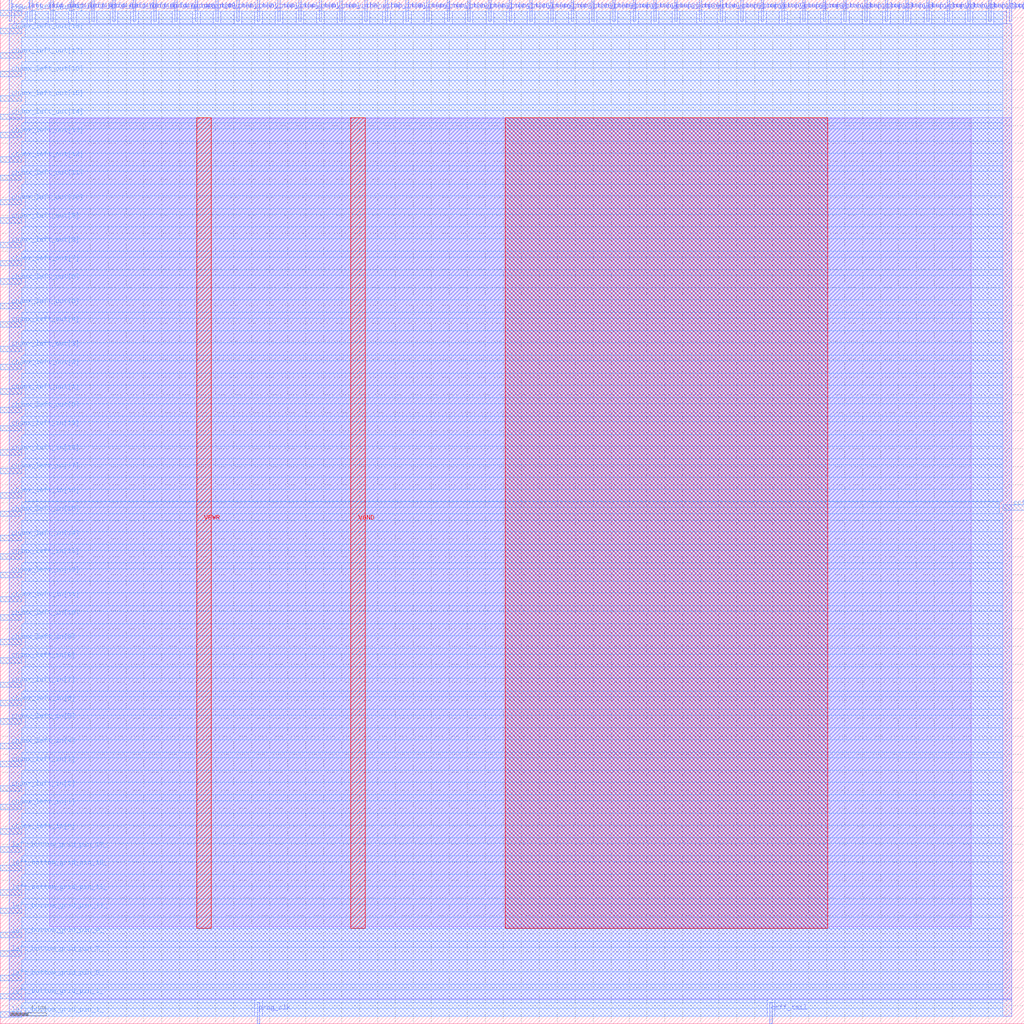
<source format=lef>
VERSION 5.7 ;
  NOWIREEXTENSIONATPIN ON ;
  DIVIDERCHAR "/" ;
  BUSBITCHARS "[]" ;
MACRO sb_8__0_
  CLASS BLOCK ;
  FOREIGN sb_8__0_ ;
  ORIGIN 0.000 0.000 ;
  SIZE 114.000 BY 114.000 ;
  PIN ccff_head
    DIRECTION INPUT ;
    PORT
      LAYER met3 ;
        RECT 111.600 57.160 114.000 57.760 ;
    END
  END ccff_head
  PIN ccff_tail
    DIRECTION OUTPUT TRISTATE ;
    PORT
      LAYER met2 ;
        RECT 85.650 0.000 85.930 2.400 ;
    END
  END ccff_tail
  PIN chanx_left_in[0]
    DIRECTION INPUT ;
    PORT
      LAYER met3 ;
        RECT 0.000 21.120 2.400 21.720 ;
    END
  END chanx_left_in[0]
  PIN chanx_left_in[10]
    DIRECTION INPUT ;
    PORT
      LAYER met3 ;
        RECT 0.000 44.920 2.400 45.520 ;
    END
  END chanx_left_in[10]
  PIN chanx_left_in[11]
    DIRECTION INPUT ;
    PORT
      LAYER met3 ;
        RECT 0.000 46.960 2.400 47.560 ;
    END
  END chanx_left_in[11]
  PIN chanx_left_in[12]
    DIRECTION INPUT ;
    PORT
      LAYER met3 ;
        RECT 0.000 49.680 2.400 50.280 ;
    END
  END chanx_left_in[12]
  PIN chanx_left_in[13]
    DIRECTION INPUT ;
    PORT
      LAYER met3 ;
        RECT 0.000 51.720 2.400 52.320 ;
    END
  END chanx_left_in[13]
  PIN chanx_left_in[14]
    DIRECTION INPUT ;
    PORT
      LAYER met3 ;
        RECT 0.000 53.760 2.400 54.360 ;
    END
  END chanx_left_in[14]
  PIN chanx_left_in[15]
    DIRECTION INPUT ;
    PORT
      LAYER met3 ;
        RECT 0.000 56.480 2.400 57.080 ;
    END
  END chanx_left_in[15]
  PIN chanx_left_in[16]
    DIRECTION INPUT ;
    PORT
      LAYER met3 ;
        RECT 0.000 58.520 2.400 59.120 ;
    END
  END chanx_left_in[16]
  PIN chanx_left_in[17]
    DIRECTION INPUT ;
    PORT
      LAYER met3 ;
        RECT 0.000 61.240 2.400 61.840 ;
    END
  END chanx_left_in[17]
  PIN chanx_left_in[18]
    DIRECTION INPUT ;
    PORT
      LAYER met3 ;
        RECT 0.000 63.280 2.400 63.880 ;
    END
  END chanx_left_in[18]
  PIN chanx_left_in[19]
    DIRECTION INPUT ;
    PORT
      LAYER met3 ;
        RECT 0.000 66.000 2.400 66.600 ;
    END
  END chanx_left_in[19]
  PIN chanx_left_in[1]
    DIRECTION INPUT ;
    PORT
      LAYER met3 ;
        RECT 0.000 23.840 2.400 24.440 ;
    END
  END chanx_left_in[1]
  PIN chanx_left_in[2]
    DIRECTION INPUT ;
    PORT
      LAYER met3 ;
        RECT 0.000 25.880 2.400 26.480 ;
    END
  END chanx_left_in[2]
  PIN chanx_left_in[3]
    DIRECTION INPUT ;
    PORT
      LAYER met3 ;
        RECT 0.000 28.600 2.400 29.200 ;
    END
  END chanx_left_in[3]
  PIN chanx_left_in[4]
    DIRECTION INPUT ;
    PORT
      LAYER met3 ;
        RECT 0.000 30.640 2.400 31.240 ;
    END
  END chanx_left_in[4]
  PIN chanx_left_in[5]
    DIRECTION INPUT ;
    PORT
      LAYER met3 ;
        RECT 0.000 33.360 2.400 33.960 ;
    END
  END chanx_left_in[5]
  PIN chanx_left_in[6]
    DIRECTION INPUT ;
    PORT
      LAYER met3 ;
        RECT 0.000 35.400 2.400 36.000 ;
    END
  END chanx_left_in[6]
  PIN chanx_left_in[7]
    DIRECTION INPUT ;
    PORT
      LAYER met3 ;
        RECT 0.000 37.440 2.400 38.040 ;
    END
  END chanx_left_in[7]
  PIN chanx_left_in[8]
    DIRECTION INPUT ;
    PORT
      LAYER met3 ;
        RECT 0.000 40.160 2.400 40.760 ;
    END
  END chanx_left_in[8]
  PIN chanx_left_in[9]
    DIRECTION INPUT ;
    PORT
      LAYER met3 ;
        RECT 0.000 42.200 2.400 42.800 ;
    END
  END chanx_left_in[9]
  PIN chanx_left_out[0]
    DIRECTION OUTPUT TRISTATE ;
    PORT
      LAYER met3 ;
        RECT 0.000 68.040 2.400 68.640 ;
    END
  END chanx_left_out[0]
  PIN chanx_left_out[10]
    DIRECTION OUTPUT TRISTATE ;
    PORT
      LAYER met3 ;
        RECT 0.000 91.160 2.400 91.760 ;
    END
  END chanx_left_out[10]
  PIN chanx_left_out[11]
    DIRECTION OUTPUT TRISTATE ;
    PORT
      LAYER met3 ;
        RECT 0.000 93.880 2.400 94.480 ;
    END
  END chanx_left_out[11]
  PIN chanx_left_out[12]
    DIRECTION OUTPUT TRISTATE ;
    PORT
      LAYER met3 ;
        RECT 0.000 95.920 2.400 96.520 ;
    END
  END chanx_left_out[12]
  PIN chanx_left_out[13]
    DIRECTION OUTPUT TRISTATE ;
    PORT
      LAYER met3 ;
        RECT 0.000 98.640 2.400 99.240 ;
    END
  END chanx_left_out[13]
  PIN chanx_left_out[14]
    DIRECTION OUTPUT TRISTATE ;
    PORT
      LAYER met3 ;
        RECT 0.000 100.680 2.400 101.280 ;
    END
  END chanx_left_out[14]
  PIN chanx_left_out[15]
    DIRECTION OUTPUT TRISTATE ;
    PORT
      LAYER met3 ;
        RECT 0.000 102.720 2.400 103.320 ;
    END
  END chanx_left_out[15]
  PIN chanx_left_out[16]
    DIRECTION OUTPUT TRISTATE ;
    PORT
      LAYER met3 ;
        RECT 0.000 105.440 2.400 106.040 ;
    END
  END chanx_left_out[16]
  PIN chanx_left_out[17]
    DIRECTION OUTPUT TRISTATE ;
    PORT
      LAYER met3 ;
        RECT 0.000 107.480 2.400 108.080 ;
    END
  END chanx_left_out[17]
  PIN chanx_left_out[18]
    DIRECTION OUTPUT TRISTATE ;
    PORT
      LAYER met3 ;
        RECT 0.000 110.200 2.400 110.800 ;
    END
  END chanx_left_out[18]
  PIN chanx_left_out[19]
    DIRECTION OUTPUT TRISTATE ;
    PORT
      LAYER met3 ;
        RECT 0.000 112.240 2.400 112.840 ;
    END
  END chanx_left_out[19]
  PIN chanx_left_out[1]
    DIRECTION OUTPUT TRISTATE ;
    PORT
      LAYER met3 ;
        RECT 0.000 70.080 2.400 70.680 ;
    END
  END chanx_left_out[1]
  PIN chanx_left_out[2]
    DIRECTION OUTPUT TRISTATE ;
    PORT
      LAYER met3 ;
        RECT 0.000 72.800 2.400 73.400 ;
    END
  END chanx_left_out[2]
  PIN chanx_left_out[3]
    DIRECTION OUTPUT TRISTATE ;
    PORT
      LAYER met3 ;
        RECT 0.000 74.840 2.400 75.440 ;
    END
  END chanx_left_out[3]
  PIN chanx_left_out[4]
    DIRECTION OUTPUT TRISTATE ;
    PORT
      LAYER met3 ;
        RECT 0.000 77.560 2.400 78.160 ;
    END
  END chanx_left_out[4]
  PIN chanx_left_out[5]
    DIRECTION OUTPUT TRISTATE ;
    PORT
      LAYER met3 ;
        RECT 0.000 79.600 2.400 80.200 ;
    END
  END chanx_left_out[5]
  PIN chanx_left_out[6]
    DIRECTION OUTPUT TRISTATE ;
    PORT
      LAYER met3 ;
        RECT 0.000 82.320 2.400 82.920 ;
    END
  END chanx_left_out[6]
  PIN chanx_left_out[7]
    DIRECTION OUTPUT TRISTATE ;
    PORT
      LAYER met3 ;
        RECT 0.000 84.360 2.400 84.960 ;
    END
  END chanx_left_out[7]
  PIN chanx_left_out[8]
    DIRECTION OUTPUT TRISTATE ;
    PORT
      LAYER met3 ;
        RECT 0.000 86.400 2.400 87.000 ;
    END
  END chanx_left_out[8]
  PIN chanx_left_out[9]
    DIRECTION OUTPUT TRISTATE ;
    PORT
      LAYER met3 ;
        RECT 0.000 89.120 2.400 89.720 ;
    END
  END chanx_left_out[9]
  PIN chany_top_in[0]
    DIRECTION INPUT ;
    PORT
      LAYER met2 ;
        RECT 19.410 111.600 19.690 114.000 ;
    END
  END chany_top_in[0]
  PIN chany_top_in[10]
    DIRECTION INPUT ;
    PORT
      LAYER met2 ;
        RECT 42.870 111.600 43.150 114.000 ;
    END
  END chany_top_in[10]
  PIN chany_top_in[11]
    DIRECTION INPUT ;
    PORT
      LAYER met2 ;
        RECT 45.170 111.600 45.450 114.000 ;
    END
  END chany_top_in[11]
  PIN chany_top_in[12]
    DIRECTION INPUT ;
    PORT
      LAYER met2 ;
        RECT 47.470 111.600 47.750 114.000 ;
    END
  END chany_top_in[12]
  PIN chany_top_in[13]
    DIRECTION INPUT ;
    PORT
      LAYER met2 ;
        RECT 49.770 111.600 50.050 114.000 ;
    END
  END chany_top_in[13]
  PIN chany_top_in[14]
    DIRECTION INPUT ;
    PORT
      LAYER met2 ;
        RECT 52.070 111.600 52.350 114.000 ;
    END
  END chany_top_in[14]
  PIN chany_top_in[15]
    DIRECTION INPUT ;
    PORT
      LAYER met2 ;
        RECT 54.370 111.600 54.650 114.000 ;
    END
  END chany_top_in[15]
  PIN chany_top_in[16]
    DIRECTION INPUT ;
    PORT
      LAYER met2 ;
        RECT 56.670 111.600 56.950 114.000 ;
    END
  END chany_top_in[16]
  PIN chany_top_in[17]
    DIRECTION INPUT ;
    PORT
      LAYER met2 ;
        RECT 58.970 111.600 59.250 114.000 ;
    END
  END chany_top_in[17]
  PIN chany_top_in[18]
    DIRECTION INPUT ;
    PORT
      LAYER met2 ;
        RECT 61.270 111.600 61.550 114.000 ;
    END
  END chany_top_in[18]
  PIN chany_top_in[19]
    DIRECTION INPUT ;
    PORT
      LAYER met2 ;
        RECT 63.570 111.600 63.850 114.000 ;
    END
  END chany_top_in[19]
  PIN chany_top_in[1]
    DIRECTION INPUT ;
    PORT
      LAYER met2 ;
        RECT 21.710 111.600 21.990 114.000 ;
    END
  END chany_top_in[1]
  PIN chany_top_in[2]
    DIRECTION INPUT ;
    PORT
      LAYER met2 ;
        RECT 24.010 111.600 24.290 114.000 ;
    END
  END chany_top_in[2]
  PIN chany_top_in[3]
    DIRECTION INPUT ;
    PORT
      LAYER met2 ;
        RECT 26.310 111.600 26.590 114.000 ;
    END
  END chany_top_in[3]
  PIN chany_top_in[4]
    DIRECTION INPUT ;
    PORT
      LAYER met2 ;
        RECT 28.610 111.600 28.890 114.000 ;
    END
  END chany_top_in[4]
  PIN chany_top_in[5]
    DIRECTION INPUT ;
    PORT
      LAYER met2 ;
        RECT 30.910 111.600 31.190 114.000 ;
    END
  END chany_top_in[5]
  PIN chany_top_in[6]
    DIRECTION INPUT ;
    PORT
      LAYER met2 ;
        RECT 33.210 111.600 33.490 114.000 ;
    END
  END chany_top_in[6]
  PIN chany_top_in[7]
    DIRECTION INPUT ;
    PORT
      LAYER met2 ;
        RECT 35.510 111.600 35.790 114.000 ;
    END
  END chany_top_in[7]
  PIN chany_top_in[8]
    DIRECTION INPUT ;
    PORT
      LAYER met2 ;
        RECT 37.810 111.600 38.090 114.000 ;
    END
  END chany_top_in[8]
  PIN chany_top_in[9]
    DIRECTION INPUT ;
    PORT
      LAYER met2 ;
        RECT 40.570 111.600 40.850 114.000 ;
    END
  END chany_top_in[9]
  PIN chany_top_out[0]
    DIRECTION OUTPUT TRISTATE ;
    PORT
      LAYER met2 ;
        RECT 65.870 111.600 66.150 114.000 ;
    END
  END chany_top_out[0]
  PIN chany_top_out[10]
    DIRECTION OUTPUT TRISTATE ;
    PORT
      LAYER met2 ;
        RECT 89.330 111.600 89.610 114.000 ;
    END
  END chany_top_out[10]
  PIN chany_top_out[11]
    DIRECTION OUTPUT TRISTATE ;
    PORT
      LAYER met2 ;
        RECT 91.630 111.600 91.910 114.000 ;
    END
  END chany_top_out[11]
  PIN chany_top_out[12]
    DIRECTION OUTPUT TRISTATE ;
    PORT
      LAYER met2 ;
        RECT 93.930 111.600 94.210 114.000 ;
    END
  END chany_top_out[12]
  PIN chany_top_out[13]
    DIRECTION OUTPUT TRISTATE ;
    PORT
      LAYER met2 ;
        RECT 96.230 111.600 96.510 114.000 ;
    END
  END chany_top_out[13]
  PIN chany_top_out[14]
    DIRECTION OUTPUT TRISTATE ;
    PORT
      LAYER met2 ;
        RECT 98.530 111.600 98.810 114.000 ;
    END
  END chany_top_out[14]
  PIN chany_top_out[15]
    DIRECTION OUTPUT TRISTATE ;
    PORT
      LAYER met2 ;
        RECT 100.830 111.600 101.110 114.000 ;
    END
  END chany_top_out[15]
  PIN chany_top_out[16]
    DIRECTION OUTPUT TRISTATE ;
    PORT
      LAYER met2 ;
        RECT 103.130 111.600 103.410 114.000 ;
    END
  END chany_top_out[16]
  PIN chany_top_out[17]
    DIRECTION OUTPUT TRISTATE ;
    PORT
      LAYER met2 ;
        RECT 105.430 111.600 105.710 114.000 ;
    END
  END chany_top_out[17]
  PIN chany_top_out[18]
    DIRECTION OUTPUT TRISTATE ;
    PORT
      LAYER met2 ;
        RECT 107.730 111.600 108.010 114.000 ;
    END
  END chany_top_out[18]
  PIN chany_top_out[19]
    DIRECTION OUTPUT TRISTATE ;
    PORT
      LAYER met2 ;
        RECT 110.030 111.600 110.310 114.000 ;
    END
  END chany_top_out[19]
  PIN chany_top_out[1]
    DIRECTION OUTPUT TRISTATE ;
    PORT
      LAYER met2 ;
        RECT 68.170 111.600 68.450 114.000 ;
    END
  END chany_top_out[1]
  PIN chany_top_out[2]
    DIRECTION OUTPUT TRISTATE ;
    PORT
      LAYER met2 ;
        RECT 70.470 111.600 70.750 114.000 ;
    END
  END chany_top_out[2]
  PIN chany_top_out[3]
    DIRECTION OUTPUT TRISTATE ;
    PORT
      LAYER met2 ;
        RECT 72.770 111.600 73.050 114.000 ;
    END
  END chany_top_out[3]
  PIN chany_top_out[4]
    DIRECTION OUTPUT TRISTATE ;
    PORT
      LAYER met2 ;
        RECT 75.070 111.600 75.350 114.000 ;
    END
  END chany_top_out[4]
  PIN chany_top_out[5]
    DIRECTION OUTPUT TRISTATE ;
    PORT
      LAYER met2 ;
        RECT 77.830 111.600 78.110 114.000 ;
    END
  END chany_top_out[5]
  PIN chany_top_out[6]
    DIRECTION OUTPUT TRISTATE ;
    PORT
      LAYER met2 ;
        RECT 80.130 111.600 80.410 114.000 ;
    END
  END chany_top_out[6]
  PIN chany_top_out[7]
    DIRECTION OUTPUT TRISTATE ;
    PORT
      LAYER met2 ;
        RECT 82.430 111.600 82.710 114.000 ;
    END
  END chany_top_out[7]
  PIN chany_top_out[8]
    DIRECTION OUTPUT TRISTATE ;
    PORT
      LAYER met2 ;
        RECT 84.730 111.600 85.010 114.000 ;
    END
  END chany_top_out[8]
  PIN chany_top_out[9]
    DIRECTION OUTPUT TRISTATE ;
    PORT
      LAYER met2 ;
        RECT 87.030 111.600 87.310 114.000 ;
    END
  END chany_top_out[9]
  PIN left_bottom_grid_pin_11_
    DIRECTION INPUT ;
    PORT
      LAYER met3 ;
        RECT 0.000 12.280 2.400 12.880 ;
    END
  END left_bottom_grid_pin_11_
  PIN left_bottom_grid_pin_13_
    DIRECTION INPUT ;
    PORT
      LAYER met3 ;
        RECT 0.000 14.320 2.400 14.920 ;
    END
  END left_bottom_grid_pin_13_
  PIN left_bottom_grid_pin_15_
    DIRECTION INPUT ;
    PORT
      LAYER met3 ;
        RECT 0.000 17.040 2.400 17.640 ;
    END
  END left_bottom_grid_pin_15_
  PIN left_bottom_grid_pin_17_
    DIRECTION INPUT ;
    PORT
      LAYER met3 ;
        RECT 0.000 19.080 2.400 19.680 ;
    END
  END left_bottom_grid_pin_17_
  PIN left_bottom_grid_pin_1_
    DIRECTION INPUT ;
    PORT
      LAYER met3 ;
        RECT 0.000 0.720 2.400 1.320 ;
    END
  END left_bottom_grid_pin_1_
  PIN left_bottom_grid_pin_3_
    DIRECTION INPUT ;
    PORT
      LAYER met3 ;
        RECT 0.000 2.760 2.400 3.360 ;
    END
  END left_bottom_grid_pin_3_
  PIN left_bottom_grid_pin_5_
    DIRECTION INPUT ;
    PORT
      LAYER met3 ;
        RECT 0.000 4.800 2.400 5.400 ;
    END
  END left_bottom_grid_pin_5_
  PIN left_bottom_grid_pin_7_
    DIRECTION INPUT ;
    PORT
      LAYER met3 ;
        RECT 0.000 7.520 2.400 8.120 ;
    END
  END left_bottom_grid_pin_7_
  PIN left_bottom_grid_pin_9_
    DIRECTION INPUT ;
    PORT
      LAYER met3 ;
        RECT 0.000 9.560 2.400 10.160 ;
    END
  END left_bottom_grid_pin_9_
  PIN prog_clk
    DIRECTION INPUT ;
    PORT
      LAYER met2 ;
        RECT 28.610 0.000 28.890 2.400 ;
    END
  END prog_clk
  PIN top_left_grid_pin_42_
    DIRECTION INPUT ;
    PORT
      LAYER met2 ;
        RECT 1.010 111.600 1.290 114.000 ;
    END
  END top_left_grid_pin_42_
  PIN top_left_grid_pin_43_
    DIRECTION INPUT ;
    PORT
      LAYER met2 ;
        RECT 3.310 111.600 3.590 114.000 ;
    END
  END top_left_grid_pin_43_
  PIN top_left_grid_pin_44_
    DIRECTION INPUT ;
    PORT
      LAYER met2 ;
        RECT 5.610 111.600 5.890 114.000 ;
    END
  END top_left_grid_pin_44_
  PIN top_left_grid_pin_45_
    DIRECTION INPUT ;
    PORT
      LAYER met2 ;
        RECT 7.910 111.600 8.190 114.000 ;
    END
  END top_left_grid_pin_45_
  PIN top_left_grid_pin_46_
    DIRECTION INPUT ;
    PORT
      LAYER met2 ;
        RECT 10.210 111.600 10.490 114.000 ;
    END
  END top_left_grid_pin_46_
  PIN top_left_grid_pin_47_
    DIRECTION INPUT ;
    PORT
      LAYER met2 ;
        RECT 12.510 111.600 12.790 114.000 ;
    END
  END top_left_grid_pin_47_
  PIN top_left_grid_pin_48_
    DIRECTION INPUT ;
    PORT
      LAYER met2 ;
        RECT 14.810 111.600 15.090 114.000 ;
    END
  END top_left_grid_pin_48_
  PIN top_left_grid_pin_49_
    DIRECTION INPUT ;
    PORT
      LAYER met2 ;
        RECT 17.110 111.600 17.390 114.000 ;
    END
  END top_left_grid_pin_49_
  PIN top_right_grid_pin_1_
    DIRECTION INPUT ;
    PORT
      LAYER met2 ;
        RECT 112.330 111.600 112.610 114.000 ;
    END
  END top_right_grid_pin_1_
  PIN VPWR
    DIRECTION INPUT ;
    USE POWER ;
    PORT
      LAYER met4 ;
        RECT 21.880 10.640 23.480 100.880 ;
    END
  END VPWR
  PIN VGND
    DIRECTION INPUT ;
    USE GROUND ;
    PORT
      LAYER met4 ;
        RECT 39.040 10.640 40.640 100.880 ;
    END
  END VGND
  OBS
      LAYER li1 ;
        RECT 5.520 10.795 108.100 100.725 ;
      LAYER met1 ;
        RECT 0.990 2.760 112.630 100.880 ;
      LAYER met2 ;
        RECT 1.570 111.320 3.030 112.725 ;
        RECT 3.870 111.320 5.330 112.725 ;
        RECT 6.170 111.320 7.630 112.725 ;
        RECT 8.470 111.320 9.930 112.725 ;
        RECT 10.770 111.320 12.230 112.725 ;
        RECT 13.070 111.320 14.530 112.725 ;
        RECT 15.370 111.320 16.830 112.725 ;
        RECT 17.670 111.320 19.130 112.725 ;
        RECT 19.970 111.320 21.430 112.725 ;
        RECT 22.270 111.320 23.730 112.725 ;
        RECT 24.570 111.320 26.030 112.725 ;
        RECT 26.870 111.320 28.330 112.725 ;
        RECT 29.170 111.320 30.630 112.725 ;
        RECT 31.470 111.320 32.930 112.725 ;
        RECT 33.770 111.320 35.230 112.725 ;
        RECT 36.070 111.320 37.530 112.725 ;
        RECT 38.370 111.320 40.290 112.725 ;
        RECT 41.130 111.320 42.590 112.725 ;
        RECT 43.430 111.320 44.890 112.725 ;
        RECT 45.730 111.320 47.190 112.725 ;
        RECT 48.030 111.320 49.490 112.725 ;
        RECT 50.330 111.320 51.790 112.725 ;
        RECT 52.630 111.320 54.090 112.725 ;
        RECT 54.930 111.320 56.390 112.725 ;
        RECT 57.230 111.320 58.690 112.725 ;
        RECT 59.530 111.320 60.990 112.725 ;
        RECT 61.830 111.320 63.290 112.725 ;
        RECT 64.130 111.320 65.590 112.725 ;
        RECT 66.430 111.320 67.890 112.725 ;
        RECT 68.730 111.320 70.190 112.725 ;
        RECT 71.030 111.320 72.490 112.725 ;
        RECT 73.330 111.320 74.790 112.725 ;
        RECT 75.630 111.320 77.550 112.725 ;
        RECT 78.390 111.320 79.850 112.725 ;
        RECT 80.690 111.320 82.150 112.725 ;
        RECT 82.990 111.320 84.450 112.725 ;
        RECT 85.290 111.320 86.750 112.725 ;
        RECT 87.590 111.320 89.050 112.725 ;
        RECT 89.890 111.320 91.350 112.725 ;
        RECT 92.190 111.320 93.650 112.725 ;
        RECT 94.490 111.320 95.950 112.725 ;
        RECT 96.790 111.320 98.250 112.725 ;
        RECT 99.090 111.320 100.550 112.725 ;
        RECT 101.390 111.320 102.850 112.725 ;
        RECT 103.690 111.320 105.150 112.725 ;
        RECT 105.990 111.320 107.450 112.725 ;
        RECT 108.290 111.320 109.750 112.725 ;
        RECT 110.590 111.320 112.050 112.725 ;
        RECT 1.020 2.680 112.600 111.320 ;
        RECT 1.020 0.835 28.330 2.680 ;
        RECT 29.170 0.835 85.370 2.680 ;
        RECT 86.210 0.835 112.600 2.680 ;
      LAYER met3 ;
        RECT 2.800 111.840 111.600 112.705 ;
        RECT 2.400 111.200 111.600 111.840 ;
        RECT 2.800 109.800 111.600 111.200 ;
        RECT 2.400 108.480 111.600 109.800 ;
        RECT 2.800 107.080 111.600 108.480 ;
        RECT 2.400 106.440 111.600 107.080 ;
        RECT 2.800 105.040 111.600 106.440 ;
        RECT 2.400 103.720 111.600 105.040 ;
        RECT 2.800 102.320 111.600 103.720 ;
        RECT 2.400 101.680 111.600 102.320 ;
        RECT 2.800 100.280 111.600 101.680 ;
        RECT 2.400 99.640 111.600 100.280 ;
        RECT 2.800 98.240 111.600 99.640 ;
        RECT 2.400 96.920 111.600 98.240 ;
        RECT 2.800 95.520 111.600 96.920 ;
        RECT 2.400 94.880 111.600 95.520 ;
        RECT 2.800 93.480 111.600 94.880 ;
        RECT 2.400 92.160 111.600 93.480 ;
        RECT 2.800 90.760 111.600 92.160 ;
        RECT 2.400 90.120 111.600 90.760 ;
        RECT 2.800 88.720 111.600 90.120 ;
        RECT 2.400 87.400 111.600 88.720 ;
        RECT 2.800 86.000 111.600 87.400 ;
        RECT 2.400 85.360 111.600 86.000 ;
        RECT 2.800 83.960 111.600 85.360 ;
        RECT 2.400 83.320 111.600 83.960 ;
        RECT 2.800 81.920 111.600 83.320 ;
        RECT 2.400 80.600 111.600 81.920 ;
        RECT 2.800 79.200 111.600 80.600 ;
        RECT 2.400 78.560 111.600 79.200 ;
        RECT 2.800 77.160 111.600 78.560 ;
        RECT 2.400 75.840 111.600 77.160 ;
        RECT 2.800 74.440 111.600 75.840 ;
        RECT 2.400 73.800 111.600 74.440 ;
        RECT 2.800 72.400 111.600 73.800 ;
        RECT 2.400 71.080 111.600 72.400 ;
        RECT 2.800 69.680 111.600 71.080 ;
        RECT 2.400 69.040 111.600 69.680 ;
        RECT 2.800 67.640 111.600 69.040 ;
        RECT 2.400 67.000 111.600 67.640 ;
        RECT 2.800 65.600 111.600 67.000 ;
        RECT 2.400 64.280 111.600 65.600 ;
        RECT 2.800 62.880 111.600 64.280 ;
        RECT 2.400 62.240 111.600 62.880 ;
        RECT 2.800 60.840 111.600 62.240 ;
        RECT 2.400 59.520 111.600 60.840 ;
        RECT 2.800 58.160 111.600 59.520 ;
        RECT 2.800 58.120 111.200 58.160 ;
        RECT 2.400 57.480 111.200 58.120 ;
        RECT 2.800 56.760 111.200 57.480 ;
        RECT 2.800 56.080 111.600 56.760 ;
        RECT 2.400 54.760 111.600 56.080 ;
        RECT 2.800 53.360 111.600 54.760 ;
        RECT 2.400 52.720 111.600 53.360 ;
        RECT 2.800 51.320 111.600 52.720 ;
        RECT 2.400 50.680 111.600 51.320 ;
        RECT 2.800 49.280 111.600 50.680 ;
        RECT 2.400 47.960 111.600 49.280 ;
        RECT 2.800 46.560 111.600 47.960 ;
        RECT 2.400 45.920 111.600 46.560 ;
        RECT 2.800 44.520 111.600 45.920 ;
        RECT 2.400 43.200 111.600 44.520 ;
        RECT 2.800 41.800 111.600 43.200 ;
        RECT 2.400 41.160 111.600 41.800 ;
        RECT 2.800 39.760 111.600 41.160 ;
        RECT 2.400 38.440 111.600 39.760 ;
        RECT 2.800 37.040 111.600 38.440 ;
        RECT 2.400 36.400 111.600 37.040 ;
        RECT 2.800 35.000 111.600 36.400 ;
        RECT 2.400 34.360 111.600 35.000 ;
        RECT 2.800 32.960 111.600 34.360 ;
        RECT 2.400 31.640 111.600 32.960 ;
        RECT 2.800 30.240 111.600 31.640 ;
        RECT 2.400 29.600 111.600 30.240 ;
        RECT 2.800 28.200 111.600 29.600 ;
        RECT 2.400 26.880 111.600 28.200 ;
        RECT 2.800 25.480 111.600 26.880 ;
        RECT 2.400 24.840 111.600 25.480 ;
        RECT 2.800 23.440 111.600 24.840 ;
        RECT 2.400 22.120 111.600 23.440 ;
        RECT 2.800 20.720 111.600 22.120 ;
        RECT 2.400 20.080 111.600 20.720 ;
        RECT 2.800 18.680 111.600 20.080 ;
        RECT 2.400 18.040 111.600 18.680 ;
        RECT 2.800 16.640 111.600 18.040 ;
        RECT 2.400 15.320 111.600 16.640 ;
        RECT 2.800 13.920 111.600 15.320 ;
        RECT 2.400 13.280 111.600 13.920 ;
        RECT 2.800 11.880 111.600 13.280 ;
        RECT 2.400 10.560 111.600 11.880 ;
        RECT 2.800 9.160 111.600 10.560 ;
        RECT 2.400 8.520 111.600 9.160 ;
        RECT 2.800 7.120 111.600 8.520 ;
        RECT 2.400 5.800 111.600 7.120 ;
        RECT 2.800 4.400 111.600 5.800 ;
        RECT 2.400 3.760 111.600 4.400 ;
        RECT 2.800 2.360 111.600 3.760 ;
        RECT 2.400 1.720 111.600 2.360 ;
        RECT 2.800 0.855 111.600 1.720 ;
      LAYER met4 ;
        RECT 56.200 10.640 92.120 100.880 ;
  END
END sb_8__0_
END LIBRARY


</source>
